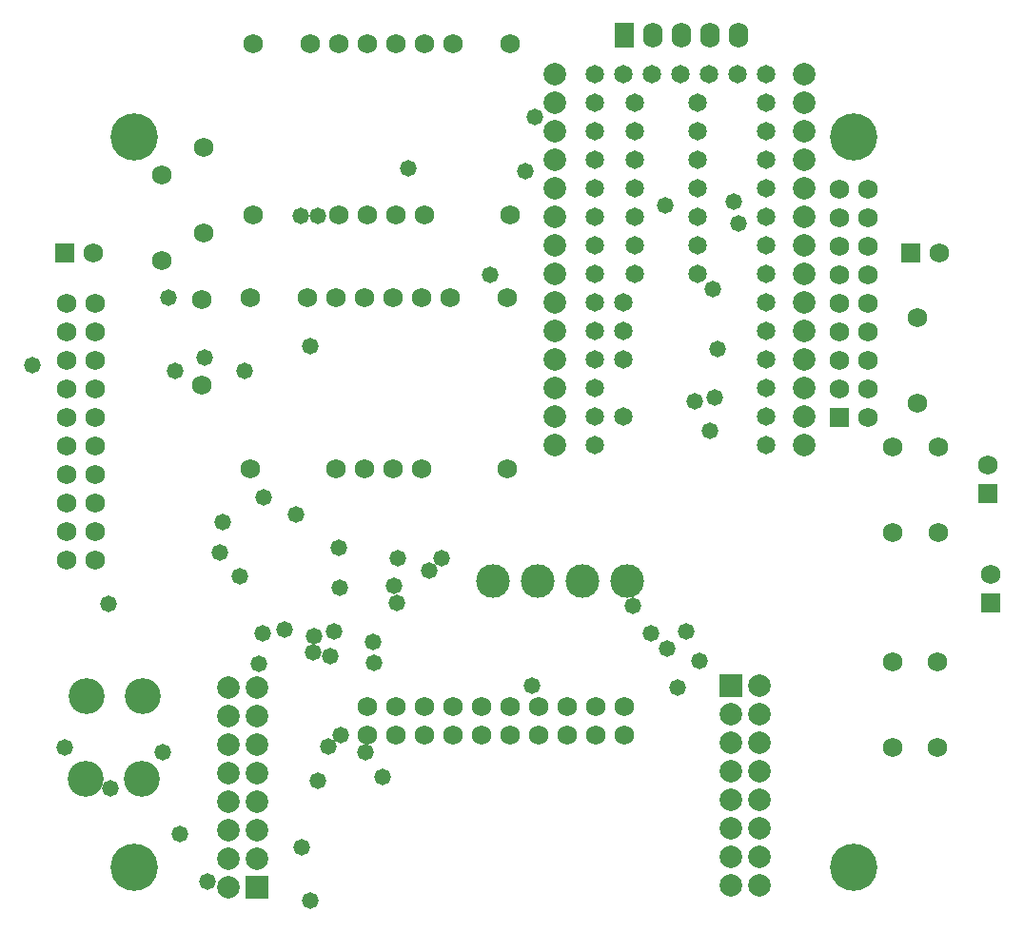
<source format=gbs>
G04 Layer_Color=8150272*
%FSLAX24Y24*%
%MOIN*%
G70*
G01*
G75*
%ADD27C,0.0650*%
%ADD41C,0.0680*%
%ADD42R,0.0680X0.0680*%
%ADD43C,0.0789*%
%ADD44R,0.0789X0.0789*%
%ADD45C,0.0789*%
%ADD46O,0.0680X0.0880*%
%ADD47R,0.0680X0.0880*%
%ADD48C,0.1182*%
%ADD49C,0.1655*%
%ADD50R,0.0680X0.0680*%
%ADD51C,0.1261*%
%ADD52C,0.0580*%
D27*
X34732Y41189D02*
D03*
Y42189D02*
D03*
Y43189D02*
D03*
Y44189D02*
D03*
Y45189D02*
D03*
Y46189D02*
D03*
Y47189D02*
D03*
Y48189D02*
D03*
Y49189D02*
D03*
Y50189D02*
D03*
Y51189D02*
D03*
Y52189D02*
D03*
Y53189D02*
D03*
Y54189D02*
D03*
X28732D02*
D03*
Y53189D02*
D03*
Y52189D02*
D03*
Y51189D02*
D03*
Y50189D02*
D03*
Y49189D02*
D03*
Y48189D02*
D03*
Y47189D02*
D03*
Y46189D02*
D03*
Y45189D02*
D03*
Y44189D02*
D03*
Y43189D02*
D03*
Y42189D02*
D03*
Y41189D02*
D03*
X29738Y54189D02*
D03*
X30738D02*
D03*
X31738D02*
D03*
X32738D02*
D03*
X33738D02*
D03*
X30138Y53189D02*
D03*
X32338D02*
D03*
Y52189D02*
D03*
X30138D02*
D03*
Y51189D02*
D03*
X32338D02*
D03*
Y50189D02*
D03*
X30138D02*
D03*
Y49189D02*
D03*
X32338D02*
D03*
Y48189D02*
D03*
X30138D02*
D03*
Y47189D02*
D03*
X32338D02*
D03*
X29738Y46189D02*
D03*
Y45189D02*
D03*
Y44189D02*
D03*
Y42189D02*
D03*
D41*
X21669Y40339D02*
D03*
X20669D02*
D03*
X18669Y46339D02*
D03*
X19669D02*
D03*
X22669Y40339D02*
D03*
X20669Y46339D02*
D03*
X23669D02*
D03*
X22669D02*
D03*
X19669Y40339D02*
D03*
X21669Y46339D02*
D03*
X16669Y40339D02*
D03*
X25669D02*
D03*
X16669Y46339D02*
D03*
X25669D02*
D03*
X21787Y49236D02*
D03*
X20787D02*
D03*
X18787Y55236D02*
D03*
X19787D02*
D03*
X22787Y49236D02*
D03*
X20787Y55236D02*
D03*
X23787D02*
D03*
X22787D02*
D03*
X19787Y49236D02*
D03*
X21787Y55236D02*
D03*
X16787Y49236D02*
D03*
X25787D02*
D03*
X16787Y55236D02*
D03*
X25787D02*
D03*
X13583Y47634D02*
D03*
Y50634D02*
D03*
X11169Y47913D02*
D03*
X40815D02*
D03*
X40039Y42634D02*
D03*
Y45634D02*
D03*
X39173Y41106D02*
D03*
Y38106D02*
D03*
X40787Y41106D02*
D03*
Y38106D02*
D03*
X40748Y33587D02*
D03*
Y30587D02*
D03*
X39173Y33587D02*
D03*
Y30587D02*
D03*
X15039Y51618D02*
D03*
Y48618D02*
D03*
X14961Y46264D02*
D03*
Y43264D02*
D03*
X38295Y42142D02*
D03*
X37295Y43142D02*
D03*
X38295D02*
D03*
X37295Y44142D02*
D03*
X38295D02*
D03*
X37295Y45142D02*
D03*
X38295D02*
D03*
X37295Y46142D02*
D03*
X38295D02*
D03*
X37295Y47142D02*
D03*
X38295D02*
D03*
X37295Y48142D02*
D03*
X38295D02*
D03*
X37295Y49142D02*
D03*
X38295D02*
D03*
X37295Y50142D02*
D03*
X38295D02*
D03*
X10228Y46142D02*
D03*
X11228D02*
D03*
X10228Y45142D02*
D03*
X11228D02*
D03*
X10228Y44142D02*
D03*
X11228D02*
D03*
X10228Y43142D02*
D03*
X11228D02*
D03*
X10228Y42142D02*
D03*
X11228D02*
D03*
X10228Y41142D02*
D03*
X11228D02*
D03*
X10228Y40142D02*
D03*
X11228D02*
D03*
X10228Y39142D02*
D03*
X11228D02*
D03*
X10228Y38142D02*
D03*
X11228D02*
D03*
X10228Y37142D02*
D03*
X11228D02*
D03*
X29787Y32016D02*
D03*
Y31016D02*
D03*
X28787Y32016D02*
D03*
Y31016D02*
D03*
X27787Y32016D02*
D03*
Y31016D02*
D03*
X26787Y32016D02*
D03*
Y31016D02*
D03*
X25787Y32016D02*
D03*
Y31016D02*
D03*
X24787Y32016D02*
D03*
Y31016D02*
D03*
X23787Y32016D02*
D03*
Y31016D02*
D03*
X22787Y32016D02*
D03*
Y31016D02*
D03*
X21787Y32016D02*
D03*
Y31016D02*
D03*
X20787Y32016D02*
D03*
Y31016D02*
D03*
X42520Y40461D02*
D03*
X42598Y36642D02*
D03*
D42*
X10169Y47913D02*
D03*
X39815D02*
D03*
D43*
X34504Y28756D02*
D03*
X33504D02*
D03*
X34504Y29756D02*
D03*
X33504D02*
D03*
X34504Y30756D02*
D03*
X33504D02*
D03*
X34504Y31756D02*
D03*
X33504D02*
D03*
X34504Y32756D02*
D03*
X27323Y41181D02*
D03*
Y42181D02*
D03*
Y43181D02*
D03*
Y44181D02*
D03*
Y45181D02*
D03*
Y46181D02*
D03*
Y47181D02*
D03*
Y48181D02*
D03*
Y49181D02*
D03*
Y50181D02*
D03*
Y51181D02*
D03*
Y52181D02*
D03*
Y53181D02*
D03*
Y54181D02*
D03*
X15890Y29669D02*
D03*
X16890D02*
D03*
X15890Y28669D02*
D03*
X16890D02*
D03*
X15890Y27669D02*
D03*
X16890D02*
D03*
X15890Y26669D02*
D03*
X16890D02*
D03*
X15890Y25669D02*
D03*
X36063Y41181D02*
D03*
Y42181D02*
D03*
Y43181D02*
D03*
Y44181D02*
D03*
Y45181D02*
D03*
Y46181D02*
D03*
Y47181D02*
D03*
Y48181D02*
D03*
Y49181D02*
D03*
Y50181D02*
D03*
Y51181D02*
D03*
Y52181D02*
D03*
Y53181D02*
D03*
Y54181D02*
D03*
D44*
X33504Y32756D02*
D03*
X16890Y25669D02*
D03*
D45*
X33504Y27756D02*
D03*
X34504D02*
D03*
X33504Y26756D02*
D03*
X34504D02*
D03*
X33504Y25756D02*
D03*
X34504D02*
D03*
X16890Y30669D02*
D03*
X15890D02*
D03*
X16890Y31669D02*
D03*
X15890D02*
D03*
X16890Y32669D02*
D03*
X15890D02*
D03*
D46*
X33764Y55551D02*
D03*
X32764D02*
D03*
X31764D02*
D03*
X30764D02*
D03*
D47*
X29764D02*
D03*
D48*
X25181Y36417D02*
D03*
X26740D02*
D03*
X28299D02*
D03*
X29858D02*
D03*
D49*
X37795Y51968D02*
D03*
X12598Y26378D02*
D03*
X37795D02*
D03*
X12598Y51968D02*
D03*
D50*
X37295Y42142D02*
D03*
X42520Y39461D02*
D03*
X42598Y35642D02*
D03*
D51*
X10906Y29488D02*
D03*
X12874D02*
D03*
X10945Y32362D02*
D03*
X12913D02*
D03*
D52*
X13819Y46339D02*
D03*
X32870Y46640D02*
D03*
X31200Y49580D02*
D03*
X33620Y49714D02*
D03*
X18440Y49195D02*
D03*
X31633Y32667D02*
D03*
X31950Y34630D02*
D03*
X32420Y33600D02*
D03*
X30060Y35550D02*
D03*
X30700Y34560D02*
D03*
X31280Y34030D02*
D03*
X32940Y42850D02*
D03*
X17126Y39340D02*
D03*
X33780Y48940D02*
D03*
X19025Y49195D02*
D03*
X26650Y52680D02*
D03*
X18280Y38750D02*
D03*
X15590Y37410D02*
D03*
X20960Y34260D02*
D03*
X21790Y35630D02*
D03*
X19460Y33790D02*
D03*
X17100Y34560D02*
D03*
X21695Y36245D02*
D03*
X18880Y33920D02*
D03*
X14200Y27540D02*
D03*
X11720Y35610D02*
D03*
X17880Y34722D02*
D03*
X19390Y30610D02*
D03*
X13610Y30410D02*
D03*
X26290Y50780D02*
D03*
X26550Y32750D02*
D03*
X20690Y30400D02*
D03*
X9050Y43963D02*
D03*
X18760Y25210D02*
D03*
X15170Y25860D02*
D03*
X10160Y30560D02*
D03*
X21312Y29540D02*
D03*
X15720Y38490D02*
D03*
X19620Y34650D02*
D03*
X21010Y33550D02*
D03*
X32230Y42700D02*
D03*
X19760Y37580D02*
D03*
X16970Y33500D02*
D03*
X19030Y29410D02*
D03*
X18900Y34490D02*
D03*
X19834Y31016D02*
D03*
X18480Y27090D02*
D03*
X21830Y37210D02*
D03*
X16310Y36570D02*
D03*
X19800Y36190D02*
D03*
X32780Y41680D02*
D03*
X11780Y29150D02*
D03*
X23377Y37200D02*
D03*
X22940Y36780D02*
D03*
X22200Y50890D02*
D03*
X33030Y44540D02*
D03*
X18780Y44640D02*
D03*
X25060Y47150D02*
D03*
X15079Y44252D02*
D03*
X16457Y43780D02*
D03*
X14055D02*
D03*
M02*

</source>
